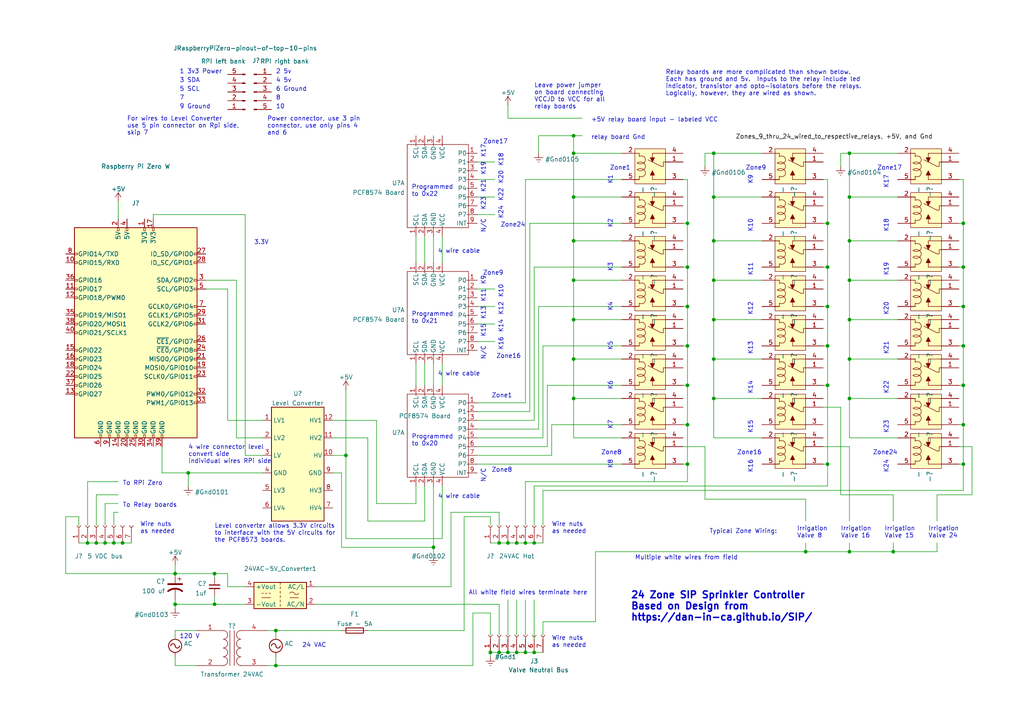
<source format=kicad_sch>
(kicad_sch (version 20211123) (generator eeschema)
  (paper "A4")
  (junction (at 144.78 189.23))
  (junction (at 50.8 166.37))
  (junction (at 199.39 88.9))
  (junction (at 154.94 157.48))
  (junction (at 30.48 157.48))
  (junction (at 207.01 115.57))
  (junction (at 199.39 134.62))
  (junction (at 149.86 157.48))
  (junction (at 207.01 57.15))
  (junction (at 166.37 69.85))
  (junction (at 147.32 157.48))
  (junction (at 125.73 158.75))
  (junction (at 33.02 157.48))
  (junction (at 246.38 81.28))
  (junction (at 166.37 44.45))
  (junction (at 166.37 115.57))
  (junction (at 80.01 182.88))
  (junction (at 166.37 57.15))
  (junction (at 147.32 189.23))
  (junction (at 279.4 88.9))
  (junction (at 152.4 157.48))
  (junction (at 246.38 57.15))
  (junction (at 279.4 77.47))
  (junction (at 240.03 111.76))
  (junction (at 279.4 123.19))
  (junction (at 233.68 160.02))
  (junction (at 246.38 104.14))
  (junction (at 27.94 157.48))
  (junction (at 199.39 100.33))
  (junction (at 166.37 104.14))
  (junction (at 199.39 123.19))
  (junction (at 35.56 157.48))
  (junction (at 199.39 111.76))
  (junction (at 80.01 193.04))
  (junction (at 240.03 88.9))
  (junction (at 259.08 160.02))
  (junction (at 240.03 64.77))
  (junction (at 50.8 175.26))
  (junction (at 142.24 189.23))
  (junction (at 199.39 64.77))
  (junction (at 240.03 100.33))
  (junction (at 207.01 92.71))
  (junction (at 279.4 64.77))
  (junction (at 62.23 166.37))
  (junction (at 144.78 157.48))
  (junction (at 246.38 69.85))
  (junction (at 207.01 81.28))
  (junction (at 207.01 69.85))
  (junction (at 166.37 92.71))
  (junction (at 279.4 100.33))
  (junction (at 166.37 39.37))
  (junction (at 25.4 157.48))
  (junction (at 154.94 189.23))
  (junction (at 240.03 77.47))
  (junction (at 152.4 189.23))
  (junction (at 207.01 44.45))
  (junction (at 279.4 134.62))
  (junction (at 279.4 111.76))
  (junction (at 149.86 189.23))
  (junction (at 54.61 137.16))
  (junction (at 246.38 160.02))
  (junction (at 199.39 77.47))
  (junction (at 246.38 92.71))
  (junction (at 100.33 132.08))
  (junction (at 166.37 81.28))
  (junction (at 207.01 104.14))
  (junction (at 240.03 134.62))
  (junction (at 62.23 175.26))
  (junction (at 246.38 115.57))
  (junction (at 246.38 44.45))
  (wire (pts (xy 199.39 100.33) (xy 199.39 111.76)))
  (wire (pts (xy 54.61 137.16) (xy 54.61 140.97)))
  (wire (pts (xy 62.23 166.37) (xy 62.23 167.64)))
  (wire (pts (xy 50.8 182.88) (xy 50.8 185.42)))
  (wire (pts (xy 207.01 69.85) (xy 207.01 81.28)))
  (wire (pts (xy 138.43 119.38) (xy 153.67 119.38)))
  (wire (pts (xy 157.48 142.24) (xy 157.48 152.4)))
  (wire (pts (xy 144.78 175.26) (xy 144.78 184.15)))
  (wire (pts (xy 153.67 119.38) (xy 153.67 64.77)))
  (wire (pts (xy 279.4 142.24) (xy 157.48 142.24)))
  (wire (pts (xy 198.12 134.62) (xy 199.39 134.62)))
  (wire (pts (xy 149.86 157.48) (xy 152.4 157.48)))
  (wire (pts (xy 154.94 121.92) (xy 154.94 77.47)))
  (wire (pts (xy 271.78 157.48) (xy 271.78 160.02)))
  (wire (pts (xy 142.24 190.5) (xy 142.24 189.23)))
  (wire (pts (xy 233.68 160.02) (xy 172.72 160.02)))
  (wire (pts (xy 62.23 166.37) (xy 50.8 166.37)))
  (wire (pts (xy 134.62 149.86) (xy 142.24 149.86)))
  (wire (pts (xy 260.35 57.15) (xy 246.38 57.15)))
  (wire (pts (xy 138.43 62.23) (xy 143.51 62.23)))
  (wire (pts (xy 240.03 140.97) (xy 154.94 140.97)))
  (wire (pts (xy 46.99 137.16) (xy 54.61 137.16)))
  (wire (pts (xy 279.4 64.77) (xy 279.4 77.47)))
  (wire (pts (xy 34.29 58.42) (xy 34.29 63.5)))
  (wire (pts (xy 80.01 193.04) (xy 137.16 193.04)))
  (wire (pts (xy 279.4 123.19) (xy 279.4 134.62)))
  (wire (pts (xy 166.37 44.45) (xy 166.37 39.37)))
  (wire (pts (xy 68.58 127) (xy 76.2 127)))
  (wire (pts (xy 123.19 151.13) (xy 123.19 140.97)))
  (wire (pts (xy 147.32 173.99) (xy 147.32 184.15)))
  (wire (pts (xy 66.04 83.82) (xy 66.04 121.92)))
  (wire (pts (xy 198.12 52.07) (xy 199.39 52.07)))
  (wire (pts (xy 138.43 132.08) (xy 160.02 132.08)))
  (wire (pts (xy 138.43 99.06) (xy 143.51 99.06)))
  (wire (pts (xy 199.39 123.19) (xy 199.39 134.62)))
  (wire (pts (xy 199.39 52.07) (xy 199.39 64.77)))
  (wire (pts (xy 240.03 134.62) (xy 240.03 140.97)))
  (wire (pts (xy 96.52 137.16) (xy 99.06 137.16)))
  (wire (pts (xy 33.02 152.4) (xy 33.02 148.59)))
  (wire (pts (xy 152.4 52.07) (xy 180.34 52.07)))
  (wire (pts (xy 278.13 134.62) (xy 279.4 134.62)))
  (wire (pts (xy 138.43 52.07) (xy 143.51 52.07)))
  (wire (pts (xy 279.4 88.9) (xy 279.4 100.33)))
  (wire (pts (xy 166.37 57.15) (xy 166.37 69.85)))
  (wire (pts (xy 19.05 166.37) (xy 50.8 166.37)))
  (wire (pts (xy 157.48 100.33) (xy 180.34 100.33)))
  (wire (pts (xy 71.12 170.18) (xy 66.04 170.18)))
  (wire (pts (xy 50.8 163.83) (xy 50.8 166.37)))
  (wire (pts (xy 99.06 137.16) (xy 99.06 158.75)))
  (wire (pts (xy 96.52 132.08) (xy 100.33 132.08)))
  (wire (pts (xy 233.68 157.48) (xy 233.68 160.02)))
  (wire (pts (xy 243.84 44.45) (xy 246.38 44.45)))
  (wire (pts (xy 91.44 170.18) (xy 130.81 170.18)))
  (wire (pts (xy 204.47 44.45) (xy 204.47 48.26)))
  (wire (pts (xy 246.38 104.14) (xy 246.38 115.57)))
  (wire (pts (xy 204.47 144.78) (xy 233.68 144.78)))
  (wire (pts (xy 260.35 92.71) (xy 246.38 92.71)))
  (wire (pts (xy 157.48 127) (xy 157.48 100.33)))
  (wire (pts (xy 120.65 68.58) (xy 120.65 76.2)))
  (wire (pts (xy 240.03 111.76) (xy 240.03 134.62)))
  (wire (pts (xy 279.4 100.33) (xy 279.4 111.76)))
  (wire (pts (xy 138.43 57.15) (xy 143.51 57.15)))
  (wire (pts (xy 142.24 189.23) (xy 142.24 187.96)))
  (wire (pts (xy 220.98 69.85) (xy 207.01 69.85)))
  (wire (pts (xy 279.4 77.47) (xy 279.4 88.9)))
  (wire (pts (xy 166.37 115.57) (xy 166.37 127)))
  (wire (pts (xy 207.01 92.71) (xy 207.01 104.14)))
  (wire (pts (xy 142.24 157.48) (xy 144.78 157.48)))
  (wire (pts (xy 66.04 121.92) (xy 76.2 121.92)))
  (wire (pts (xy 30.48 146.05) (xy 34.29 146.05)))
  (wire (pts (xy 220.98 115.57) (xy 207.01 115.57)))
  (wire (pts (xy 278.13 123.19) (xy 279.4 123.19)))
  (wire (pts (xy 199.39 139.7) (xy 152.4 139.7)))
  (wire (pts (xy 147.32 34.29) (xy 168.91 34.29)))
  (wire (pts (xy 123.19 105.41) (xy 123.19 111.76)))
  (wire (pts (xy 279.4 134.62) (xy 279.4 142.24)))
  (wire (pts (xy 220.98 44.45) (xy 207.01 44.45)))
  (wire (pts (xy 240.03 64.77) (xy 240.03 77.47)))
  (wire (pts (xy 25.4 139.7) (xy 34.29 139.7)))
  (wire (pts (xy 33.02 157.48) (xy 35.56 157.48)))
  (wire (pts (xy 128.27 156.21) (xy 128.27 140.97)))
  (wire (pts (xy 243.84 44.45) (xy 243.84 48.26)))
  (wire (pts (xy 71.12 175.26) (xy 62.23 175.26)))
  (wire (pts (xy 260.35 81.28) (xy 246.38 81.28)))
  (wire (pts (xy 207.01 115.57) (xy 207.01 127)))
  (wire (pts (xy 238.76 134.62) (xy 240.03 134.62)))
  (wire (pts (xy 144.78 148.59) (xy 144.78 152.4)))
  (wire (pts (xy 66.04 166.37) (xy 66.04 170.18)))
  (wire (pts (xy 220.98 104.14) (xy 207.01 104.14)))
  (wire (pts (xy 125.73 158.75) (xy 125.73 140.97)))
  (wire (pts (xy 156.21 124.46) (xy 138.43 124.46)))
  (wire (pts (xy 166.37 69.85) (xy 166.37 81.28)))
  (wire (pts (xy 279.4 52.07) (xy 279.4 64.77)))
  (wire (pts (xy 180.34 44.45) (xy 166.37 44.45)))
  (wire (pts (xy 59.69 83.82) (xy 66.04 83.82)))
  (wire (pts (xy 30.48 157.48) (xy 33.02 157.48)))
  (wire (pts (xy 138.43 116.84) (xy 152.4 116.84)))
  (wire (pts (xy 50.8 175.26) (xy 50.8 176.53)))
  (wire (pts (xy 35.56 157.48) (xy 38.1 157.48)))
  (wire (pts (xy 246.38 69.85) (xy 246.38 81.28)))
  (wire (pts (xy 125.73 68.58) (xy 125.73 76.2)))
  (wire (pts (xy 19.05 149.86) (xy 22.86 149.86)))
  (wire (pts (xy 134.62 182.88) (xy 134.62 149.86)))
  (wire (pts (xy 144.78 157.48) (xy 147.32 157.48)))
  (wire (pts (xy 142.24 177.8) (xy 142.24 184.15)))
  (wire (pts (xy 166.37 92.71) (xy 166.37 104.14)))
  (wire (pts (xy 80.01 182.88) (xy 80.01 185.42)))
  (wire (pts (xy 154.94 140.97) (xy 154.94 152.4)))
  (wire (pts (xy 207.01 44.45) (xy 207.01 57.15)))
  (wire (pts (xy 158.75 129.54) (xy 158.75 111.76)))
  (wire (pts (xy 281.94 129.54) (xy 281.94 143.51)))
  (wire (pts (xy 44.45 62.23) (xy 71.12 62.23)))
  (wire (pts (xy 147.32 30.48) (xy 147.32 34.29)))
  (wire (pts (xy 158.75 111.76) (xy 180.34 111.76)))
  (wire (pts (xy 154.94 189.23) (xy 157.48 189.23)))
  (wire (pts (xy 123.19 68.58) (xy 123.19 76.2)))
  (wire (pts (xy 27.94 152.4) (xy 27.94 143.51)))
  (wire (pts (xy 278.13 129.54) (xy 281.94 129.54)))
  (wire (pts (xy 138.43 88.9) (xy 143.51 88.9)))
  (wire (pts (xy 281.94 143.51) (xy 271.78 143.51)))
  (wire (pts (xy 152.4 157.48) (xy 154.94 157.48)))
  (wire (pts (xy 180.34 127) (xy 166.37 127)))
  (wire (pts (xy 22.86 157.48) (xy 25.4 157.48)))
  (wire (pts (xy 44.45 63.5) (xy 44.45 62.23)))
  (wire (pts (xy 77.47 193.04) (xy 80.01 193.04)))
  (wire (pts (xy 152.4 139.7) (xy 152.4 152.4)))
  (wire (pts (xy 128.27 105.41) (xy 128.27 111.76)))
  (wire (pts (xy 246.38 92.71) (xy 246.38 104.14)))
  (wire (pts (xy 77.47 182.88) (xy 80.01 182.88)))
  (wire (pts (xy 199.39 111.76) (xy 199.39 123.19)))
  (wire (pts (xy 71.12 62.23) (xy 71.12 132.08)))
  (wire (pts (xy 207.01 57.15) (xy 207.01 69.85)))
  (wire (pts (xy 30.48 152.4) (xy 30.48 146.05)))
  (wire (pts (xy 259.08 157.48) (xy 259.08 160.02)))
  (wire (pts (xy 96.52 127) (xy 106.68 127)))
  (wire (pts (xy 160.02 123.19) (xy 180.34 123.19)))
  (wire (pts (xy 240.03 88.9) (xy 240.03 100.33)))
  (wire (pts (xy 180.34 69.85) (xy 166.37 69.85)))
  (wire (pts (xy 138.43 134.62) (xy 180.34 134.62)))
  (wire (pts (xy 19.05 166.37) (xy 19.05 149.86)))
  (wire (pts (xy 59.69 81.28) (xy 68.58 81.28)))
  (wire (pts (xy 46.99 129.54) (xy 46.99 137.16)))
  (wire (pts (xy 180.34 88.9) (xy 156.21 88.9)))
  (wire (pts (xy 106.68 151.13) (xy 123.19 151.13)))
  (wire (pts (xy 198.12 64.77) (xy 199.39 64.77)))
  (wire (pts (xy 278.13 52.07) (xy 279.4 52.07)))
  (wire (pts (xy 180.34 92.71) (xy 166.37 92.71)))
  (wire (pts (xy 204.47 44.45) (xy 207.01 44.45)))
  (wire (pts (xy 238.76 111.76) (xy 240.03 111.76)))
  (wire (pts (xy 233.68 144.78) (xy 233.68 151.13)))
  (wire (pts (xy 138.43 93.98) (xy 143.51 93.98)))
  (wire (pts (xy 271.78 143.51) (xy 271.78 151.13)))
  (wire (pts (xy 33.02 148.59) (xy 34.29 148.59)))
  (wire (pts (xy 147.32 157.48) (xy 149.86 157.48)))
  (wire (pts (xy 154.94 77.47) (xy 180.34 77.47)))
  (wire (pts (xy 207.01 81.28) (xy 207.01 92.71)))
  (wire (pts (xy 172.72 160.02) (xy 172.72 180.34)))
  (wire (pts (xy 180.34 115.57) (xy 166.37 115.57)))
  (wire (pts (xy 152.4 189.23) (xy 154.94 189.23)))
  (wire (pts (xy 199.39 88.9) (xy 199.39 100.33)))
  (wire (pts (xy 207.01 104.14) (xy 207.01 115.57)))
  (wire (pts (xy 246.38 57.15) (xy 246.38 69.85)))
  (wire (pts (xy 68.58 81.28) (xy 68.58 127)))
  (wire (pts (xy 180.34 57.15) (xy 166.37 57.15)))
  (wire (pts (xy 240.03 52.07) (xy 240.03 64.77)))
  (wire (pts (xy 243.84 118.11) (xy 243.84 143.51)))
  (wire (pts (xy 80.01 193.04) (xy 80.01 190.5)))
  (wire (pts (xy 278.13 100.33) (xy 279.4 100.33)))
  (wire (pts (xy 125.73 161.29) (xy 125.73 158.75)))
  (wire (pts (xy 138.43 121.92) (xy 154.94 121.92)))
  (wire (pts (xy 198.12 77.47) (xy 199.39 77.47)))
  (wire (pts (xy 260.35 115.57) (xy 246.38 115.57)))
  (wire (pts (xy 137.16 177.8) (xy 142.24 177.8)))
  (wire (pts (xy 238.76 52.07) (xy 240.03 52.07)))
  (wire (pts (xy 54.61 137.16) (xy 76.2 137.16)))
  (wire (pts (xy 238.76 77.47) (xy 240.03 77.47)))
  (wire (pts (xy 198.12 100.33) (xy 199.39 100.33)))
  (wire (pts (xy 260.35 44.45) (xy 246.38 44.45)))
  (wire (pts (xy 246.38 81.28) (xy 246.38 92.71)))
  (wire (pts (xy 109.22 146.05) (xy 109.22 121.92)))
  (wire (pts (xy 156.21 88.9) (xy 156.21 124.46)))
  (wire (pts (xy 27.94 157.48) (xy 30.48 157.48)))
  (wire (pts (xy 99.06 158.75) (xy 125.73 158.75)))
  (wire (pts (xy 62.23 172.72) (xy 62.23 175.26)))
  (wire (pts (xy 233.68 160.02) (xy 246.38 160.02)))
  (wire (pts (xy 27.94 143.51) (xy 34.29 143.51)))
  (wire (pts (xy 57.15 182.88) (xy 50.8 182.88)))
  (wire (pts (xy 199.39 77.47) (xy 199.39 88.9)))
  (wire (pts (xy 120.65 140.97) (xy 120.65 146.05)))
  (wire (pts (xy 278.13 64.77) (xy 279.4 64.77)))
  (wire (pts (xy 246.38 160.02) (xy 259.08 160.02)))
  (wire (pts (xy 142.24 189.23) (xy 144.78 189.23)))
  (wire (pts (xy 220.98 57.15) (xy 207.01 57.15)))
  (wire (pts (xy 120.65 146.05) (xy 109.22 146.05)))
  (wire (pts (xy 166.37 81.28) (xy 166.37 92.71)))
  (wire (pts (xy 130.81 170.18) (xy 130.81 148.59)))
  (wire (pts (xy 25.4 157.48) (xy 27.94 157.48)))
  (wire (pts (xy 130.81 148.59) (xy 144.78 148.59)))
  (wire (pts (xy 238.76 88.9) (xy 240.03 88.9)))
  (wire (pts (xy 198.12 111.76) (xy 199.39 111.76)))
  (wire (pts (xy 246.38 115.57) (xy 246.38 127)))
  (wire (pts (xy 279.4 111.76) (xy 279.4 123.19)))
  (wire (pts (xy 152.4 173.99) (xy 152.4 184.15)))
  (wire (pts (xy 243.84 143.51) (xy 259.08 143.51)))
  (wire (pts (xy 246.38 44.45) (xy 246.38 57.15)))
  (wire (pts (xy 204.47 129.54) (xy 204.47 144.78)))
  (wire (pts (xy 128.27 68.58) (xy 128.27 76.2)))
  (wire (pts (xy 154.94 157.48) (xy 157.48 157.48)))
  (wire (pts (xy 50.8 173.99) (xy 50.8 175.26)))
  (wire (pts (xy 198.12 123.19) (xy 199.39 123.19)))
  (wire (pts (xy 172.72 180.34) (xy 157.48 180.34)))
  (wire (pts (xy 106.68 182.88) (xy 134.62 182.88)))
  (wire (pts (xy 120.65 105.41) (xy 120.65 111.76)))
  (wire (pts (xy 260.35 104.14) (xy 246.38 104.14)))
  (wire (pts (xy 156.21 39.37) (xy 166.37 39.37)))
  (wire (pts (xy 166.37 44.45) (xy 166.37 57.15)))
  (wire (pts (xy 138.43 129.54) (xy 158.75 129.54)))
  (wire (pts (xy 238.76 129.54) (xy 246.38 129.54)))
  (wire (pts (xy 156.21 39.37) (xy 156.21 44.45)))
  (wire (pts (xy 238.76 118.11) (xy 243.84 118.11)))
  (wire (pts (xy 240.03 100.33) (xy 240.03 111.76)))
  (wire (pts (xy 153.67 64.77) (xy 180.34 64.77)))
  (wire (pts (xy 125.73 105.41) (xy 125.73 111.76)))
  (wire (pts (xy 100.33 156.21) (xy 128.27 156.21)))
  (wire (pts (xy 149.86 189.23) (xy 152.4 189.23)))
  (wire (pts (xy 144.78 189.23) (xy 147.32 189.23)))
  (wire (pts (xy 109.22 121.92) (xy 96.52 121.92)))
  (wire (pts (xy 220.98 92.71) (xy 207.01 92.71)))
  (wire (pts (xy 199.39 134.62) (xy 199.39 139.7)))
  (wire (pts (xy 106.68 127) (xy 106.68 151.13)))
  (wire (pts (xy 100.33 113.03) (xy 100.33 132.08)))
  (wire (pts (xy 238.76 64.77) (xy 240.03 64.77)))
  (wire (pts (xy 180.34 81.28) (xy 166.37 81.28)))
  (wire (pts (xy 50.8 190.5) (xy 50.8 193.04)))
  (wire (pts (xy 259.08 160.02) (xy 271.78 160.02)))
  (wire (pts (xy 199.39 64.77) (xy 199.39 77.47)))
  (wire (pts (xy 220.98 81.28) (xy 207.01 81.28)))
  (wire (pts (xy 198.12 88.9) (xy 199.39 88.9)))
  (wire (pts (xy 142.24 149.86) (xy 142.24 152.4)))
  (wire (pts (xy 260.35 127) (xy 246.38 127)))
  (wire (pts (xy 100.33 132.08) (xy 100.33 156.21)))
  (wire (pts (xy 180.34 104.14) (xy 166.37 104.14)))
  (wire (pts (xy 157.48 180.34) (xy 157.48 184.15)))
  (wire (pts (xy 278.13 77.47) (xy 279.4 77.47)))
  (wire (pts (xy 71.12 132.08) (xy 76.2 132.08)))
  (wire (pts (xy 278.13 111.76) (xy 279.4 111.76)))
  (wire (pts (xy 260.35 69.85) (xy 246.38 69.85)))
  (wire (pts (xy 278.13 88.9) (xy 279.4 88.9)))
  (wire (pts (xy 246.38 157.48) (xy 246.38 160.02)))
  (wire (pts (xy 259.08 143.51) (xy 259.08 151.13)))
  (wire (pts (xy 166.37 104.14) (xy 166.37 115.57)))
  (wire (pts (xy 22.86 149.86) (xy 22.86 152.4)))
  (wire (pts (xy 246.38 129.54) (xy 246.38 151.13)))
  (wire (pts (xy 238.76 100.33) (xy 240.03 100.33)))
  (wire (pts (xy 147.32 189.23) (xy 149.86 189.23)))
  (wire (pts (xy 137.16 193.04) (xy 137.16 177.8)))
  (wire (pts (xy 152.4 116.84) (xy 152.4 52.07)))
  (wire (pts (xy 25.4 152.4) (xy 25.4 139.7)))
  (wire (pts (xy 166.37 39.37) (xy 168.91 39.37)))
  (wire (pts (xy 220.98 127) (xy 207.01 127)))
  (wire (pts (xy 80.01 182.88) (xy 99.06 182.88)))
  (wire (pts (xy 154.94 173.99) (xy 154.94 185.42)))
  (wire (pts (xy 62.23 175.26) (xy 50.8 175.26)))
  (wire (pts (xy 138.43 127) (xy 157.48 127)))
  (wire (pts (xy 160.02 132.08) (xy 160.02 123.19)))
  (wire (pts (xy 198.12 129.54) (xy 204.47 129.54)))
  (wire (pts (xy 138.43 46.99) (xy 143.51 46.99)))
  (wire (pts (xy 149.86 173.99) (xy 149.86 184.15)))
  (wire (pts (xy 50.8 193.04) (xy 57.15 193.04)))
  (wire (pts (xy 91.44 175.26) (xy 144.78 175.26)))
  (wire (pts (xy 138.43 83.82) (xy 143.51 83.82)))
  (wire (pts (xy 240.03 77.47) (xy 240.03 88.9)))
  (wire (pts (xy 66.04 166.37) (xy 62.23 166.37)))
  (text "24 Zone SIP Sprinkler Controller\nBased on Design from\nhttps://dan-in-ca.github.io/SIP/" (at 182.88 180.34 0) (effects (font (size 2 2) (thickness 0.4) bold) (justify left bottom)))
  (text "Programmed\nto 0x21" (at 119.38 93.98 0) (effects (font (size 1.27 1.27)) (justify left bottom)))
  (text "K15" (at 218.44 121.92 270) (effects (font (size 1.27 1.27)) (justify right bottom)))
  (text "7 " (at 52.07 29.21 0) (effects (font (size 1.27 1.27)) (justify left bottom)))
  (text "K11" (at 140.97 83.82 270) (effects (font (size 1.27 1.27)) (justify right bottom)))
  (text "Irrigation\nValve 16" (at 243.84 156.21 0) (effects (font (size 1.27 1.27)) (justify left bottom)))
  (text "K21" (at 140.97 52.07 270) (effects (font (size 1.27 1.27)) (justify right bottom)))
  (text "9 Ground" (at 52.07 31.75 0) (effects (font (size 1.27 1.27)) (justify left bottom)))
  (text "All white field wires terminate here" (at 135.89 172.72 0) (effects (font (size 1.27 1.27)) (justify left bottom)))
  (text "Zone9" (at 222.25 49.53 180) (effects (font (size 1.27 1.27)) (justify right bottom)))
  (text "K14" (at 146.05 92.71 270) (effects (font (size 1.27 1.27)) (justify right bottom)))
  (text "Multiple white wires from field" (at 184.15 162.56 0) (effects (font (size 1.27 1.27)) (justify left bottom)))
  (text "K17" (at 140.97 41.91 270) (effects (font (size 1.27 1.27)) (justify right bottom)))
  (text "Zone17" (at 261.62 49.53 180) (effects (font (size 1.27 1.27)) (justify right bottom)))
  (text "2 5v" (at 80.01 21.59 0) (effects (font (size 1.27 1.27)) (justify left bottom)))
  (text "Zone9" (at 146.05 80.01 180) (effects (font (size 1.27 1.27)) (justify right bottom)))
  (text "Programmed\nto 0x22" (at 119.38 57.15 0) (effects (font (size 1.27 1.27)) (justify left bottom)))
  (text "120 V" (at 52.07 185.42 0) (effects (font (size 1.27 1.27)) (justify left bottom)))
  (text "Zone16" (at 220.98 132.08 180) (effects (font (size 1.27 1.27)) (justify right bottom)))
  (text "K6" (at 177.8 110.49 270) (effects (font (size 1.27 1.27)) (justify right bottom)))
  (text "K9" (at 218.44 50.8 270) (effects (font (size 1.27 1.27)) (justify right bottom)))
  (text "N/C" (at 140.97 63.5 270) (effects (font (size 1.27 1.27)) (justify right bottom)))
  (text "3.3V" (at 73.66 71.12 0) (effects (font (size 1.27 1.27)) (justify left bottom)))
  (text "K22" (at 257.81 110.49 270) (effects (font (size 1.27 1.27)) (justify right bottom)))
  (text "4 wire cable" (at 127 144.78 0) (effects (font (size 1.27 1.27)) (justify left bottom)))
  (text "Irrigation\nValve 15" (at 256.54 156.21 0) (effects (font (size 1.27 1.27)) (justify left bottom)))
  (text "Zone1" (at 148.59 115.57 180) (effects (font (size 1.27 1.27)) (justify right bottom)))
  (text "K19" (at 140.97 46.99 270) (effects (font (size 1.27 1.27)) (justify right bottom)))
  (text "Zone24" (at 260.35 132.08 180) (effects (font (size 1.27 1.27)) (justify right bottom)))
  (text "4 wire connector level\nconvert side\nindividual wires RPi side" (at 54.61 134.62 0) (effects (font (size 1.27 1.27)) (justify left bottom)))
  (text "K7" (at 177.8 121.92 270) (effects (font (size 1.27 1.27)) (justify right bottom)))
  (text "Typical Zone Wiring:" (at 205.74 154.94 0) (effects (font (size 1.27 1.27)) (justify left bottom)))
  (text "Zone24" (at 152.4 66.04 180) (effects (font (size 1.27 1.27)) (justify right bottom)))
  (text "K20" (at 146.05 49.53 270) (effects (font (size 1.27 1.27)) (justify right bottom)))
  (text "Zone16" (at 151.13 104.14 180) (effects (font (size 1.27 1.27)) (justify right bottom)))
  (text "8" (at 80.01 29.21 0) (effects (font (size 1.27 1.27)) (justify left bottom)))
  (text "K10" (at 146.05 82.55 270) (effects (font (size 1.27 1.27)) (justify right bottom)))
  (text "K5" (at 177.8 99.06 270) (effects (font (size 1.27 1.27)) (justify right bottom)))
  (text "Wire nuts\nas needed" (at 40.64 154.94 0) (effects (font (size 1.27 1.27)) (justify left bottom)))
  (text "Irrigation\nValve 24" (at 269.24 156.21 0) (effects (font (size 1.27 1.27)) (justify left bottom)))
  (text "K16" (at 218.44 133.35 270) (effects (font (size 1.27 1.27)) (justify right bottom)))
  (text "K8" (at 177.8 133.35 270) (effects (font (size 1.27 1.27)) (justify right bottom)))
  (text "For wires to Level Converter\nuse 5 pin connector on Rpi side,\nskip 7" (at 36.83 39.37 0) (effects (font (size 1.27 1.27)) (justify left bottom)))
  (text "Zone8" (at 180.34 132.08 180) (effects (font (size 1.27 1.27)) (justify right bottom)))
  (text "Irrigation\nValve 8" (at 231.14 156.21 0) (effects (font (size 1.27 1.27)) (justify left bottom)))
  (text "K17" (at 257.81 50.8 270) (effects (font (size 1.27 1.27)) (justify right bottom)))
  (text "Zone1" (at 182.88 49.53 180) (effects (font (size 1.27 1.27)) (justify right bottom)))
  (text "Wire nuts\nas needed" (at 160.02 187.96 0) (effects (font (size 1.27 1.27)) (justify left bottom)))
  (text "K12" (at 146.05 87.63 270) (effects (font (size 1.27 1.27)) (justify right bottom)))
  (text "K18" (at 257.81 63.5 270) (effects (font (size 1.27 1.27)) (justify right bottom)))
  (text "K19" (at 257.81 76.2 270) (effects (font (size 1.27 1.27)) (justify right bottom)))
  (text "3 SDA" (at 52.07 24.13 0) (effects (font (size 1.27 1.27)) (justify left bottom)))
  (text "K11" (at 218.44 76.2 270) (effects (font (size 1.27 1.27)) (justify right bottom)))
  (text "K16" (at 146.05 97.79 270) (effects (font (size 1.27 1.27)) (justify right bottom)))
  (text "K13" (at 218.44 99.06 270) (effects (font (size 1.27 1.27)) (justify right bottom)))
  (text "N/C" (at 140.97 100.33 270) (effects (font (size 1.27 1.27)) (justify right bottom)))
  (text "6 Ground" (at 80.01 26.67 0) (effects (font (size 1.27 1.27)) (justify left bottom)))
  (text "Relay boards are more complicated than shown below.\nEach has ground and 5v.  Inputs to the relay include led\nindicator, transistor and opto-isolators before the relays.\nLogically, however, they are wired as shown. " (at 193.04 27.94 0) (effects (font (size 1.27 1.27)) (justify left bottom)))
  (text "K1" (at 177.8 50.8 270) (effects (font (size 1.27 1.27)) (justify right bottom)))
  (text "K20" (at 257.81 87.63 270) (effects (font (size 1.27 1.27)) (justify right bottom)))
  (text "K14" (at 218.44 110.49 270) (effects (font (size 1.27 1.27)) (justify right bottom)))
  (text "K13" (at 140.97 88.9 270) (effects (font (size 1.27 1.27)) (justify right bottom)))
  (text "K24" (at 257.81 133.35 270) (effects (font (size 1.27 1.27)) (justify right bottom)))
  (text "K10" (at 218.44 63.5 270) (effects (font (size 1.27 1.27)) (justify right bottom)))
  (text "Wire nuts\nas needed" (at 160.02 154.94 0) (effects (font (size 1.27 1.27)) (justify left bottom)))
  (text "10" (at 80.01 31.75 0) (effects (font (size 1.27 1.27)) (justify left bottom)))
  (text "K9" (at 140.97 80.01 270) (effects (font (size 1.27 1.27)) (justify right bottom)))
  (text "To Relay boards" (at 35.56 147.32 0) (effects (font (size 1.27 1.27)) (justify left bottom)))
  (text "N/C" (at 140.97 135.89 270) (effects (font (size 1.27 1.27)) (justify right bottom)))
  (text "4 wire cable" (at 127 109.22 0) (effects (font (size 1.27 1.27)) (justify left bottom)))
  (text "4 wire cable" (at 127 73.66 0) (effects (font (size 1.27 1.27)) (justify left bottom)))
  (text "K12" (at 218.44 87.63 270) (effects (font (size 1.27 1.27)) (justify right bottom)))
  (text "K2" (at 177.8 63.5 270) (effects (font (size 1.27 1.27)) (justify right bottom)))
  (text "Zone8" (at 148.59 137.16 180) (effects (font (size 1.27 1.27)) (justify right bottom)))
  (text "K22" (at 146.05 54.61 270) (effects (font (size 1.27 1.27)) (justify right bottom)))
  (text "Leave power jumper\non board connecting\nVCCJD to VCC for all\nrelay boards" (at 154.94 31.75 0) (effects (font (size 1.27 1.27)) (justify left bottom)))
  (text "+5V relay board input - labeled VCC" (at 171.45 35.56 0) (effects (font (size 1.27 1.27)) (justify left bottom)))
  (text "K4" (at 177.8 87.63 270) (effects (font (size 1.27 1.27)) (justify right bottom)))
  (text "5 SCL" (at 52.07 26.67 0) (effects (font (size 1.27 1.27)) (justify left bottom)))
  (text "1 3v3 Power" (at 52.07 21.59 0) (effects (font (size 1.27 1.27)) (justify left bottom)))
  (text "K18" (at 146.05 44.45 270) (effects (font (size 1.27 1.27)) (justify right bottom)))
  (text "K21" (at 257.81 99.06 270) (effects (font (size 1.27 1.27)) (justify right bottom)))
  (text "K15" (at 140.97 93.98 270) (effects (font (size 1.27 1.27)) (justify right bottom)))
  (text "To RPi Zero" (at 35.56 140.97 0) (effects (font (size 1.27 1.27)) (justify left bottom)))
  (text "relay board Gnd" (at 171.45 40.64 0) (effects (font (size 1.27 1.27)) (justify left bottom)))
  (text "4 5v" (at 80.01 24.13 0) (effects (font (size 1.27 1.27)) (justify left bottom)))
  (text "K23" (at 257.81 121.92 270) (effects (font (size 1.27 1.27)) (justify right bottom)))
  (text "K23" (at 140.97 57.15 270) (effects (font (size 1.27 1.27)) (justify right bottom)))
  (text "K3" (at 177.8 76.2 270) (effects (font (size 1.27 1.27)) (justify right bottom)))
  (text "Power connector, use 3 pin\nconnector, use only pins 4\nand 6" (at 77.47 39.37 0) (effects (font (size 1.27 1.27)) (justify left bottom)))
  (text "K24" (at 146.05 59.69 270) (effects (font (size 1.27 1.27)) (justify right bottom)))
  (text "Level converter allows 3.3V circuits\nto interface with the 5V circuits for\nthe PCF8573 boards." (at 62.23 157.48 0) (effects (font (size 1.27 1.27)) (justify left bottom)))
  (text "Zone17" (at 147.32 41.91 180) (effects (font (size 1.27 1.27)) (justify right bottom)))
  (text "Programmed\nto 0x20" (at 119.38 129.54 0) (effects (font (size 1.27 1.27)) (justify left bottom)))
  (text "24 VAC" (at 87.63 187.96 0) (effects (font (size 1.27 1.27)) (justify left bottom)))
  (label "Zones_9_thru_24_wired_to_respective_relays, +5V, and Gnd" (at 213.36 40.64 0))
  (symbol (lib_id "dk_Automotive-Relays:JSM1-12V-5") (at 267.97 59.69 0) (unit 1)
    (property "Reference" "-?" (at 269.6697 66.675 90) (effects (font (size 1.524 1.524)) (justify right)))
    (property "Value" "-" (at 266.3907 66.675 90) (effects (font (size 1.524 1.524)) (justify right)))
    (property "Footprint" "digikey-footprints:Relay_JSM1-12V-5" (effects hide))
    (property "Datasheet" "https://media.digikey.com/pdf/Data%20Sheets/Panasonic%20Electric%20Works%20PDFs/JS-M_Series_Rev_Dec_2011.pdf" (effects hide))
    (property "Digi-Key_PN" "255-1240-ND" (effects hide))
    (property "MPN" "JSM1-12V-5" (effects hide))
    (property "Category" "Relays" (effects hide))
    (property "Family" "Automotive Relays" (effects hide))
    (property "DK_Datasheet_Link" "https://media.digikey.com/pdf/Data%20Sheets/Panasonic%20Electric%20Works%20PDFs/JS-M_Series_Rev_Dec_2011.pdf" (effects hide))
    (property "DK_Detail_Page" "/product-detail/en/panasonic-electric-works/JSM1-12V-5/255-1240-ND/274764" (effects hide))
    (property "Description" "RELAY AUTOMOTIVE SPDT 15A 12V" (effects hide))
    (property "Manufacturer" "Panasonic Electric Works" (effects hide))
    (property "Status" "Active" (effects hide))
  )
  (symbol (lib_id "power:+5V") (at 100.33 113.03 0) (unit 1)
    (property "Reference" "#PWR?" (effects hide))
    (property "Value" "+5V" (at 100.33 109.4255 0))
  )
  (symbol (lib_id "power:Earth") (at 156.21 44.45 0) (unit 1)
    (property "Reference" "Gnd1" (at 158.115 46.199 0) (effects (justify left)))
    (property "Value" "Earth" (effects hide))
  )
  (symbol (lib_id "dk_Automotive-Relays:JSM1-12V-5") (at 187.96 106.68 0) (unit 1)
    (property "Reference" "-?" (at 189.6597 113.665 90) (effects (font (size 1.524 1.524)) (justify right)))
    (property "Value" "-" (at 186.3807 113.665 90) (effects (font (size 1.524 1.524)) (justify right)))
    (property "Footprint" "digikey-footprints:Relay_JSM1-12V-5" (effects hide))
    (property "Datasheet" "https://media.digikey.com/pdf/Data%20Sheets/Panasonic%20Electric%20Works%20PDFs/JS-M_Series_Rev_Dec_2011.pdf" (effects hide))
    (property "Digi-Key_PN" "255-1240-ND" (effects hide))
    (property "MPN" "JSM1-12V-5" (effects hide))
    (property "Category" "Relays" (effects hide))
    (property "Family" "Automotive Relays" (effects hide))
    (property "DK_Datasheet_Link" "https://media.digikey.com/pdf/Data%20Sheets/Panasonic%20Electric%20Works%20PDFs/JS-M_Series_Rev_Dec_2011.pdf" (effects hide))
    (property "DK_Detail_Page" "/product-detail/en/panasonic-electric-works/JSM1-12V-5/255-1240-ND/274764" (effects hide))
    (property "Description" "RELAY AUTOMOTIVE SPDT 15A 12V" (effects hide))
    (property "Manufacturer" "Panasonic Electric Works" (effects hide))
    (property "Status" "Active" (effects hide))
  )
  (symbol (lib_id "Connector:Conn_01x07_Female") (at 30.48 152.4 90) (unit 1)
    (property "Reference" "J?" (at 22.86 161.29 90))
    (property "Value" "5 VDC bus" (at 30.48 161.29 90))
  )
  (symbol (lib_id "power:Earth") (at 50.8 176.53 0) (mirror y) (unit 1)
    (property "Reference" "Gnd?" (at 48.895 178.279 0) (effects (justify left)))
    (property "Value" "Earth" (effects hide))
  )
  (symbol (lib_id "Connector:Conn_01x05_Male") (at 71.12 26.67 180) (unit 1)
    (property "Reference" "JRaspberryPiZero-pinout-of-top-10-pins" (at 71.12 13.97 0))
    (property "Value" "RPi left bank" (at 64.77 17.78 0))
  )
  (symbol (lib_id "dk_Automotive-Relays:JSM1-12V-5") (at 267.97 106.68 0) (unit 1)
    (property "Reference" "-?" (at 269.6697 113.665 90) (effects (font (size 1.524 1.524)) (justify right)))
    (property "Value" "-" (at 266.3907 113.665 90) (effects (font (size 1.524 1.524)) (justify right)))
    (property "Footprint" "digikey-footprints:Relay_JSM1-12V-5" (effects hide))
    (property "Datasheet" "https://media.digikey.com/pdf/Data%20Sheets/Panasonic%20Electric%20Works%20PDFs/JS-M_Series_Rev_Dec_2011.pdf" (effects hide))
    (property "Digi-Key_PN" "255-1240-ND" (effects hide))
    (property "MPN" "JSM1-12V-5" (effects hide))
    (property "Category" "Relays" (effects hide))
    (property "Family" "Automotive Relays" (effects hide))
    (property "DK_Datasheet_Link" "https://media.digikey.com/pdf/Data%20Sheets/Panasonic%20Electric%20Works%20PDFs/JS-M_Series_Rev_Dec_2011.pdf" (effects hide))
    (property "DK_Detail_Page" "/product-detail/en/panasonic-electric-works/JSM1-12V-5/255-1240-ND/274764" (effects hide))
    (property "Description" "RELAY AUTOMOTIVE SPDT 15A 12V" (effects hide))
    (property "Manufacturer" "Panasonic Electric Works" (effects hide))
    (property "Status" "Active" (effects hide))
  )
  (symbol (lib_id "power:AC") (at 50.8 190.5 0) (unit 1)
    (property "Reference" "#PWR?" (effects hide))
    (property "Value" "AC" (at 54.61 186.69 0))
  )
  (symbol (lib_id "Connector:Raspberry_Pi_2_3") (at 39.37 96.52 0) (unit 1)
    (property "Reference" "J?" (at 39.37 58.9026 0))
    (property "Value" "Raspberry Pi Zero W" (at 39.37 48.26 0))
    (property "Datasheet" "https://www.raspberrypi.org/documentation/hardware/raspberrypi/schematics/rpi_SCH_3bplus_1p0_reduced.pdf" (effects hide))
  )
  (symbol (lib_id "power:Earth") (at 142.24 190.5 0) (unit 1)
    (property "Reference" "Gnd1" (at 143.51 190.5 0) (effects (justify left)))
    (property "Value" "Earth" (effects hide))
  )
  (symbol (lib_id "New_Library:PCF8574") (at 124.46 129.54 0) (unit 1)
    (property "Reference" "U?" (at 117.3988 125.4565 0) (effects (justify right)))
    (property "Value" "PCF8574 Board" (at 130.81 120.65 0) (effects (justify right)))
  )
  (symbol (lib_id "power:+5V") (at 50.8 163.83 0) (unit 1)
    (property "Reference" "#PWR?" (effects hide))
    (property "Value" "+5V" (at 50.8 160.2255 0))
  )
  (symbol (lib_id "dk_Automotive-Relays:JSM1-12V-5") (at 267.97 95.25 0) (unit 1)
    (property "Reference" "-?" (at 269.6697 102.235 90) (effects (font (size 1.524 1.524)) (justify right)))
    (property "Value" "-" (at 266.3907 102.235 90) (effects (font (size 1.524 1.524)) (justify right)))
    (property "Footprint" "digikey-footprints:Relay_JSM1-12V-5" (effects hide))
    (property "Datasheet" "https://media.digikey.com/pdf/Data%20Sheets/Panasonic%20Electric%20Works%20PDFs/JS-M_Series_Rev_Dec_2011.pdf" (effects hide))
    (property "Digi-Key_PN" "255-1240-ND" (effects hide))
    (property "MPN" "JSM1-12V-5" (effects hide))
    (property "Category" "Relays" (effects hide))
    (property "Family" "Automotive Relays" (effects hide))
    (property "DK_Datasheet_Link" "https://media.digikey.com/pdf/Data%20Sheets/Panasonic%20Electric%20Works%20PDFs/JS-M_Series_Rev_Dec_2011.pdf" (effects hide))
    (property "DK_Detail_Page" "/product-detail/en/panasonic-electric-works/JSM1-12V-5/255-1240-ND/274764" (effects hide))
    (property "Description" "RELAY AUTOMOTIVE SPDT 15A 12V" (effects hide))
    (property "Manufacturer" "Panasonic Electric Works" (effects hide))
    (property "Status" "Active" (effects hide))
  )
  (symbol (lib_id "power:AC") (at 80.01 190.5 0) (unit 1)
    (property "Reference" "#PWR?" (effects hide))
    (property "Value" "AC" (at 83.82 186.69 0))
  )
  (symbol (lib_id "Device:C_Small") (at 62.23 170.18 0) (mirror y) (unit 1)
    (property "Reference" "C?" (at 59.9059 169.2778 0) (effects (justify left)))
    (property "Value" "1uf" (at 59.9059 172.0529 0) (effects (justify left)))
  )
  (symbol (lib_id "dk_Automotive-Relays:JSM1-12V-5") (at 187.96 83.82 0) (unit 1)
    (property "Reference" "-?" (at 189.6597 90.805 90) (effects (font (size 1.524 1.524)) (justify right)))
    (property "Value" "-" (at 186.3807 90.805 90) (effects (font (size 1.524 1.524)) (justify right)))
    (property "Footprint" "digikey-footprints:Relay_JSM1-12V-5" (effects hide))
    (property "Datasheet" "https://media.digikey.com/pdf/Data%20Sheets/Panasonic%20Electric%20Works%20PDFs/JS-M_Series_Rev_Dec_2011.pdf" (effects hide))
    (property "Digi-Key_PN" "255-1240-ND" (effects hide))
    (property "MPN" "JSM1-12V-5" (effects hide))
    (property "Category" "Relays" (effects hide))
    (property "Family" "Automotive Relays" (effects hide))
    (property "DK_Datasheet_Link" "https://media.digikey.com/pdf/Data%20Sheets/Panasonic%20Electric%20Works%20PDFs/JS-M_Series_Rev_Dec_2011.pdf" (effects hide))
    (property "DK_Detail_Page" "/product-detail/en/panasonic-electric-works/JSM1-12V-5/255-1240-ND/274764" (effects hide))
    (property "Description" "RELAY AUTOMOTIVE SPDT 15A 12V" (effects hide))
    (property "Manufacturer" "Panasonic Electric Works" (effects hide))
    (property "Status" "Active" (effects hide))
  )
  (symbol (lib_id "dk_Automotive-Relays:JSM1-12V-5") (at 228.6 59.69 0) (unit 1)
    (property "Reference" "-?" (at 230.2997 66.675 90) (effects (font (size 1.524 1.524)) (justify right)))
    (property "Value" "-" (at 227.0207 66.675 90) (effects (font (size 1.524 1.524)) (justify right)))
    (property "Footprint" "digikey-footprints:Relay_JSM1-12V-5" (effects hide))
    (property "Datasheet" "https://media.digikey.com/pdf/Data%20Sheets/Panasonic%20Electric%20Works%20PDFs/JS-M_Series_Rev_Dec_2011.pdf" (effects hide))
    (property "Digi-Key_PN" "255-1240-ND" (effects hide))
    (property "MPN" "JSM1-12V-5" (effects hide))
    (property "Category" "Relays" (effects hide))
    (property "Family" "Automotive Relays" (effects hide))
    (property "DK_Datasheet_Link" "https://media.digikey.com/pdf/Data%20Sheets/Panasonic%20Electric%20Works%20PDFs/JS-M_Series_Rev_Dec_2011.pdf" (effects hide))
    (property "DK_Detail_Page" "/product-detail/en/panasonic-electric-works/JSM1-12V-5/255-1240-ND/274764" (effects hide))
    (property "Description" "RELAY AUTOMOTIVE SPDT 15A 12V" (effects hide))
    (property "Manufacturer" "Panasonic Electric Works" (effects hide))
    (property "Status" "Active" (effects hide))
  )
  (symbol (lib_id "power:+5V") (at 34.29 58.42 0) (unit 1)
    (property "Reference" "#PWR?" (effects hide))
    (property "Value" "+5V" (at 34.29 54.8155 0))
  )
  (symbol (lib_id "New_Library:PCF8574") (at 124.46 57.15 0) (unit 1)
    (property "Reference" "U?" (at 117.3988 53.0665 0) (effects (justify right)))
    (property "Value" "PCF8574 Board" (at 117.3988 55.8416 0) (effects (justify right)))
  )
  (symbol (lib_id "dk_Automotive-Relays:JSM1-12V-5") (at 267.97 118.11 0) (unit 1)
    (property "Reference" "-?" (at 269.6697 125.095 90) (effects (font (size 1.524 1.524)) (justify right)))
    (property "Value" "-" (at 266.3907 125.095 90) (effects (font (size 1.524 1.524)) (justify right)))
    (property "Footprint" "digikey-footprints:Relay_JSM1-12V-5" (effects hide))
    (property "Datasheet" "https://media.digikey.com/pdf/Data%20Sheets/Panasonic%20Electric%20Works%20PDFs/JS-M_Series_Rev_Dec_2011.pdf" (effects hide))
    (property "Digi-Key_PN" "255-1240-ND" (effects hide))
    (property "MPN" "JSM1-12V-5" (effects hide))
    (property "Category" "Relays" (effects hide))
    (property "Family" "Automotive Relays" (effects hide))
    (property "DK_Datasheet_Link" "https://media.digikey.com/pdf/Data%20Sheets/Panasonic%20Electric%20Works%20PDFs/JS-M_Series_Rev_Dec_2011.pdf" (effects hide))
    (property "DK_Detail_Page" "/product-detail/en/panasonic-electric-works/JSM1-12V-5/255-1240-ND/274764" (effects hide))
    (property "Description" "RELAY AUTOMOTIVE SPDT 15A 12V" (effects hide))
    (property "Manufacturer" "Panasonic Electric Works" (effects hide))
    (property "Status" "Active" (effects hide))
  )
  (symbol (lib_id "dk_Automotive-Relays:JSM1-12V-5") (at 228.6 46.99 0) (unit 1)
    (property "Reference" "-?" (at 230.2997 53.975 90) (effects (font (size 1.524 1.524)) (justify right)))
    (property "Value" "-" (at 227.0207 53.975 90) (effects (font (size 1.524 1.524)) (justify right)))
    (property "Footprint" "digikey-footprints:Relay_JSM1-12V-5" (effects hide))
    (property "Datasheet" "https://media.digikey.com/pdf/Data%20Sheets/Panasonic%20Electric%20Works%20PDFs/JS-M_Series_Rev_Dec_2011.pdf" (effects hide))
    (property "Digi-Key_PN" "255-1240-ND" (effects hide))
    (property "MPN" "JSM1-12V-5" (effects hide))
    (property "Category" "Relays" (effects hide))
    (property "Family" "Automotive Relays" (effects hide))
    (property "DK_Datasheet_Link" "https://media.digikey.com/pdf/Data%20Sheets/Panasonic%20Electric%20Works%20PDFs/JS-M_Series_Rev_Dec_2011.pdf" (effects hide))
    (property "DK_Detail_Page" "/product-detail/en/panasonic-electric-works/JSM1-12V-5/255-1240-ND/274764" (effects hide))
    (property "Description" "RELAY AUTOMOTIVE SPDT 15A 12V" (effects hide))
    (property "Manufacturer" "Panasonic Electric Works" (effects hide))
    (property "Status" "Active" (effects hide))
  )
  (symbol (lib_id "dk_Automotive-Relays:JSM1-12V-5") (at 228.6 83.82 0) (unit 1)
    (property "Reference" "-?" (at 230.2997 90.805 90) (effects (font (size 1.524 1.524)) (justify right)))
    (property "Value" "-" (at 227.0207 90.805 90) (effects (font (size 1.524 1.524)) (justify right)))
    (property "Footprint" "digikey-footprints:Relay_JSM1-12V-5" (effects hide))
    (property "Datasheet" "https://media.digikey.com/pdf/Data%20Sheets/Panasonic%20Electric%20Works%20PDFs/JS-M_Series_Rev_Dec_2011.pdf" (effects hide))
    (property "Digi-Key_PN" "255-1240-ND" (effects hide))
    (property "MPN" "JSM1-12V-5" (effects hide))
    (property "Category" "Relays" (effects hide))
    (property "Family" "Automotive Relays" (effects hide))
    (property "DK_Datasheet_Link" "https://media.digikey.com/pdf/Data%20Sheets/Panasonic%20Electric%20Works%20PDFs/JS-M_Series_Rev_Dec_2011.pdf" (effects hide))
    (property "DK_Detail_Page" "/product-detail/en/panasonic-electric-works/JSM1-12V-5/255-1240-ND/274764" (effects hide))
    (property "Description" "RELAY AUTOMOTIVE SPDT 15A 12V" (effects hide))
    (property "Manufacturer" "Panasonic Electric Works" (effects hide))
    (property "Status" "Active" (effects hide))
  )
  (symbol (lib_id "dk_Automotive-Relays:JSM1-12V-5") (at 228.6 118.11 0) (unit 1)
    (property "Reference" "-?" (at 230.2997 125.095 90) (effects (font (size 1.524 1.524)) (justify right)))
    (property "Value" "-" (at 227.0207 125.095 90) (effects (font (size 1.524 1.524)) (justify right)))
    (property "Footprint" "digikey-footprints:Relay_JSM1-12V-5" (effects hide))
    (property "Datasheet" "https://media.digikey.com/pdf/Data%20Sheets/Panasonic%20Electric%20Works%20PDFs/JS-M_Series_Rev_Dec_2011.pdf" (effects hide))
    (property "Digi-Key_PN" "255-1240-ND" (effects hide))
    (property "MPN" "JSM1-12V-5" (effects hide))
    (property "Category" "Relays" (effects hide))
    (property "Family" "Automotive Relays" (effects hide))
    (property "DK_Datasheet_Link" "https://media.digikey.com/pdf/Data%20Sheets/Panasonic%20Electric%20Works%20PDFs/JS-M_Series_Rev_Dec_2011.pdf" (effects hide))
    (property "DK_Detail_Page" "/product-detail/en/panasonic-electric-works/JSM1-12V-5/255-1240-ND/274764" (effects hide))
    (property "Description" "RELAY AUTOMOTIVE SPDT 15A 12V" (effects hide))
    (property "Manufacturer" "Panasonic Electric Works" (effects hide))
    (property "Status" "Active" (effects hide))
  )
  (symbol (lib_id "Connector:Conn_01x05_Male") (at 73.66 26.67 0) (unit 1)
    (property "Reference" "J?" (at 74.295 17.5473 0))
    (property "Value" "RPi right bank" (at 82.55 17.78 0))
  )
  (symbol (lib_id "dk_Automotive-Relays:JSM1-12V-5") (at 228.6 72.39 0) (unit 1)
    (property "Reference" "-?" (at 230.2997 79.375 90) (effects (font (size 1.524 1.524)) (justify right)))
    (property "Value" "-" (at 227.0207 79.375 90) (effects (font (size 1.524 1.524)) (justify right)))
    (property "Footprint" "digikey-footprints:Relay_JSM1-12V-5" (effects hide))
    (property "Datasheet" "https://media.digikey.com/pdf/Data%20Sheets/Panasonic%20Electric%20Works%20PDFs/JS-M_Series_Rev_Dec_2011.pdf" (effects hide))
    (property "Digi-Key_PN" "255-1240-ND" (effects hide))
    (property "MPN" "JSM1-12V-5" (effects hide))
    (property "Category" "Relays" (effects hide))
    (property "Family" "Automotive Relays" (effects hide))
    (property "DK_Datasheet_Link" "https://media.digikey.com/pdf/Data%20Sheets/Panasonic%20Electric%20Works%20PDFs/JS-M_Series_Rev_Dec_2011.pdf" (effects hide))
    (property "DK_Detail_Page" "/product-detail/en/panasonic-electric-works/JSM1-12V-5/255-1240-ND/274764" (effects hide))
    (property "Description" "RELAY AUTOMOTIVE SPDT 15A 12V" (effects hide))
    (property "Manufacturer" "Panasonic Electric Works" (effects hide))
    (property "Status" "Active" (effects hide))
  )
  (symbol (lib_id "Logic_LevelTranslator:TXBN0304RUT") (at 86.36 133.35 0) (unit 1)
    (property "Reference" "U?" (at 86.36 114.1435 0))
    (property "Value" "Level Converter" (at 86.36 116.9186 0))
    (property "Footprint" "Package_DFN_QFN:Texas_R_PUQFN-N12" (effects hide))
    (property "Datasheet" "http://www.ti.com/lit/ds/symlink/txb0304.pdf" (effects hide))
  )
  (symbol (lib_id "power:Earth") (at 243.84 48.26 0) (unit 1)
    (property "Reference" "Gnd1" (at 245.745 50.009 0) (effects (justify left)))
    (property "Value" "Earth" (effects hide))
  )
  (symbol (lib_id "dk_Automotive-Relays:JSM1-12V-5") (at 187.96 129.54 0) (unit 1)
    (property "Reference" "-?" (at 189.6597 136.525 90) (effects (font (size 1.524 1.524)) (justify right)))
    (property "Value" "-" (at 186.3807 136.525 90) (effects (font (size 1.524 1.524)) (justify right)))
    (property "Footprint" "digikey-footprints:Relay_JSM1-12V-5" (effects hide))
    (property "Datasheet" "https://media.digikey.com/pdf/Data%20Sheets/Panasonic%20Electric%20Works%20PDFs/JS-M_Series_Rev_Dec_2011.pdf" (effects hide))
    (property "Digi-Key_PN" "255-1240-ND" (effects hide))
    (property "MPN" "JSM1-12V-5" (effects hide))
    (property "Category" "Relays" (effects hide))
    (property "Family" "Automotive Relays" (effects hide))
    (property "DK_Datasheet_Link" "https://media.digikey.com/pdf/Data%20Sheets/Panasonic%20Electric%20Works%20PDFs/JS-M_Series_Rev_Dec_2011.pdf" (effects hide))
    (property "DK_Detail_Page" "/product-detail/en/panasonic-electric-works/JSM1-12V-5/255-1240-ND/274764" (effects hide))
    (property "Description" "RELAY AUTOMOTIVE SPDT 15A 12V" (effects hide))
    (property "Manufacturer" "Panasonic Electric Works" (effects hide))
    (property "Status" "Active" (effects hide))
  )
  (symbol (lib_id "dk_Automotive-Relays:JSM1-12V-5") (at 187.96 95.25 0) (unit 1)
    (property "Reference" "-?" (at 189.6597 102.235 90) (effects (font (size 1.524 1.524)) (justify right)))
    (property "Value" "-" (at 186.3807 102.235 90) (effects (font (size 1.524 1.524)) (justify right)))
    (property "Footprint" "digikey-footprints:Relay_JSM1-12V-5" (effects hide))
    (property "Datasheet" "https://media.digikey.com/pdf/Data%20Sheets/Panasonic%20Electric%20Works%20PDFs/JS-M_Series_Rev_Dec_2011.pdf" (effects hide))
    (property "Digi-Key_PN" "255-1240-ND" (effects hide))
    (property "MPN" "JSM1-12V-5" (effects hide))
    (property "Category" "Relays" (effects hide))
    (property "Family" "Automotive Relays" (effects hide))
    (property "DK_Datasheet_Link" "https://media.digikey.com/pdf/Data%20Sheets/Panasonic%20Electric%20Works%20PDFs/JS-M_Series_Rev_Dec_2011.pdf" (effects hide))
    (property "DK_Detail_Page" "/product-detail/en/panasonic-electric-works/JSM1-12V-5/255-1240-ND/274764" (effects hide))
    (property "Description" "RELAY AUTOMOTIVE SPDT 15A 12V" (effects hide))
    (property "Manufacturer" "Panasonic Electric Works" (effects hide))
    (property "Status" "Active" (effects hide))
  )
  (symbol (lib_id "dk_Automotive-Relays:JSM1-12V-5") (at 187.96 59.69 0) (unit 1)
    (property "Reference" "-?" (at 189.6597 66.675 90) (effects (font (size 1.524 1.524)) (justify right)))
    (property "Value" "-" (at 186.3807 66.675 90) (effects (font (size 1.524 1.524)) (justify right)))
    (property "Footprint" "digikey-footprints:Relay_JSM1-12V-5" (effects hide))
    (property "Datasheet" "https://media.digikey.com/pdf/Data%20Sheets/Panasonic%20Electric%20Works%20PDFs/JS-M_Series_Rev_Dec_2011.pdf" (effects hide))
    (property "Digi-Key_PN" "255-1240-ND" (effects hide))
    (property "MPN" "JSM1-12V-5" (effects hide))
    (property "Category" "Relays" (effects hide))
    (property "Family" "Automotive Relays" (effects hide))
    (property "DK_Datasheet_Link" "https://media.digikey.com/pdf/Data%20Sheets/Panasonic%20Electric%20Works%20PDFs/JS-M_Series_Rev_Dec_2011.pdf" (effects hide))
    (property "DK_Detail_Page" "/product-detail/en/panasonic-electric-works/JSM1-12V-5/255-1240-ND/274764" (effects hide))
    (property "Description" "RELAY AUTOMOTIVE SPDT 15A 12V" (effects hide))
    (property "Manufacturer" "Panasonic Electric Works" (effects hide))
    (property "Status" "Active" (effects hide))
  )
  (symbol (lib_id "dk_Automotive-Relays:JSM1-12V-5") (at 267.97 129.54 0) (unit 1)
    (property "Reference" "-?" (at 269.6697 136.525 90) (effects (font (size 1.524 1.524)) (justify right)))
    (property "Value" "-" (at 266.3907 136.525 90) (effects (font (size 1.524 1.524)) (justify right)))
    (property "Footprint" "digikey-footprints:Relay_JSM1-12V-5" (effects hide))
    (property "Datasheet" "https://media.digikey.com/pdf/Data%20Sheets/Panasonic%20Electric%20Works%20PDFs/JS-M_Series_Rev_Dec_2011.pdf" (effects hide))
    (property "Digi-Key_PN" "255-1240-ND" (effects hide))
    (property "MPN" "JSM1-12V-5" (effects hide))
    (property "Category" "Relays" (effects hide))
    (property "Family" "Automotive Relays" (effects hide))
    (property "DK_Datasheet_Link" "https://media.digikey.com/pdf/Data%20Sheets/Panasonic%20Electric%20Works%20PDFs/JS-M_Series_Rev_Dec_2011.pdf" (effects hide))
    (property "DK_Detail_Page" "/product-detail/en/panasonic-electric-works/JSM1-12V-5/255-1240-ND/274764" (effects hide))
    (property "Description" "RELAY AUTOMOTIVE SPDT 15A 12V" (effects hide))
    (property "Manufacturer" "Panasonic Electric Works" (effects hide))
    (property "Status" "Active" (effects hide))
  )
  (symbol (lib_id "Device:Transformer_1P_1S") (at 67.31 187.96 0) (unit 1)
    (property "Reference" "T?" (at 67.31 181.61 0))
    (property "Value" "Transformer 24VAC" (at 67.31 195.58 0))
  )
  (symbol (lib_id "dk_Automotive-Relays:JSM1-12V-5") (at 187.96 118.11 0) (unit 1)
    (property "Reference" "-?" (at 189.6597 125.095 90) (effects (font (size 1.524 1.524)) (justify right)))
    (property "Value" "-" (at 186.3807 125.095 90) (effects (font (size 1.524 1.524)) (justify right)))
    (property "Footprint" "digikey-footprints:Relay_JSM1-12V-5" (effects hide))
    (property "Datasheet" "https://media.digikey.com/pdf/Data%20Sheets/Panasonic%20Electric%20Works%20PDFs/JS-M_Series_Rev_Dec_2011.pdf" (effects hide))
    (property "Digi-Key_PN" "255-1240-ND" (effects hide))
    (property "MPN" "JSM1-12V-5" (effects hide))
    (property "Category" "Relays" (effects hide))
    (property "Family" "Automotive Relays" (effects hide))
    (property "DK_Datasheet_Link" "https://media.digikey.com/pdf/Data%20Sheets/Panasonic%20Electric%20Works%20PDFs/JS-M_Series_Rev_Dec_2011.pdf" (effects hide))
    (property "DK_Detail_Page" "/product-detail/en/panasonic-electric-works/JSM1-12V-5/255-1240-ND/274764" (effects hide))
    (property "Description" "RELAY AUTOMOTIVE SPDT 15A 12V" (effects hide))
    (property "Manufacturer" "Panasonic Electric Works" (effects hide))
    (property "Status" "Active" (effects hide))
  )
  (symbol (lib_id "power:Earth") (at 125.73 161.29 0) (unit 1)
    (property "Reference" "Gnd1" (at 119.38 161.29 0) (effects (justify left)))
    (property "Value" "Earth" (effects hide))
  )
  (symbol (lib_id "Connector:Conn_01x07_Female") (at 149.86 184.15 90) (unit 1)
    (property "Reference" "J3" (at 154.94 191.77 90))
    (property "Value" "Valve Neutral Bus" (at 156.21 194.31 90))
  )
  (symbol (lib_id "Connector:Conn_01x07_Female") (at 149.86 152.4 90) (unit 1)
    (property "Reference" "J?" (at 142.24 161.29 90))
    (property "Value" "24VAC Hot" (at 149.86 161.29 90))
  )
  (symbol (lib_id "power:Earth") (at 204.47 48.26 0) (unit 1)
    (property "Reference" "Gnd1" (at 206.375 50.009 0) (effects (justify left)))
    (property "Value" "Earth" (effects hide))
  )
  (symbol (lib_id "Converter_ACDC:HLK-PM01") (at 81.28 172.72 0) (mirror y) (unit 1)
    (property "Reference" "24VAC-5V_Converter1" (at 81.28 164.9435 0))
    (property "Value" " " (at 81.28 167.7186 0))
    (property "Footprint" "Converter_ACDC:Converter_ACDC_HiLink_HLK-PMxx" (effects hide))
    (property "Datasheet" "http://www.hlktech.net/product_detail.php?ProId=54" (effects hide))
  )
  (symbol (lib_id "dk_Automotive-Relays:JSM1-12V-5") (at 187.96 46.99 0) (unit 1)
    (property "Reference" "-?" (at 189.6597 53.975 90) (effects (font (size 1.524 1.524)) (justify right)))
    (property "Value" "-" (at 186.3807 53.975 90) (effects (font (size 1.524 1.524)) (justify right)))
    (property "Footprint" "digikey-footprints:Relay_JSM1-12V-5" (effects hide))
    (property "Datasheet" "https://media.digikey.com/pdf/Data%20Sheets/Panasonic%20Electric%20Works%20PDFs/JS-M_Series_Rev_Dec_2011.pdf" (effects hide))
    (property "Digi-Key_PN" "255-1240-ND" (effects hide))
    (property "MPN" "JSM1-12V-5" (effects hide))
    (property "Category" "Relays" (effects hide))
    (property "Family" "Automotive Relays" (effects hide))
    (property "DK_Datasheet_Link" "https://media.digikey.com/pdf/Data%20Sheets/Panasonic%20Electric%20Works%20PDFs/JS-M_Series_Rev_Dec_2011.pdf" (effects hide))
    (property "DK_Detail_Page" "/product-detail/en/panasonic-electric-works/JSM1-12V-5/255-1240-ND/274764" (effects hide))
    (property "Description" "RELAY AUTOMOTIVE SPDT 15A 12V" (effects hide))
    (property "Manufacturer" "Panasonic Electric Works" (effects hide))
    (property "Status" "Active" (effects hide))
  )
  (symbol (lib_id "dk_Automotive-Relays:JSM1-12V-5") (at 267.97 46.99 0) (unit 1)
    (property "Reference" "-?" (at 269.6697 53.975 90) (effects (font (size 1.524 1.524)) (justify right)))
    (property "Value" "-" (at 266.3907 53.975 90) (effects (font (size 1.524 1.524)) (justify right)))
    (property "Footprint" "digikey-footprints:Relay_JSM1-12V-5" (effects hide))
    (property "Datasheet" "https://media.digikey.com/pdf/Data%20Sheets/Panasonic%20Electric%20Works%20PDFs/JS-M_Series_Rev_Dec_2011.pdf" (effects hide))
    (property "Digi-Key_PN" "255-1240-ND" (effects hide))
    (property "MPN" "JSM1-12V-5" (effects hide))
    (property "Category" "Relays" (effects hide))
    (property "Family" "Automotive Relays" (effects hide))
    (property "DK_Datasheet_Link" "https://media.digikey.com/pdf/Data%20Sheets/Panasonic%20Electric%20Works%20PDFs/JS-M_Series_Rev_Dec_2011.pdf" (effects hide))
    (property "DK_Detail_Page" "/product-detail/en/panasonic-electric-works/JSM1-12V-5/255-1240-ND/274764" (effects hide))
    (property "Description" "RELAY AUTOMOTIVE SPDT 15A 12V" (effects hide))
    (property "Manufacturer" "Panasonic Electric Works" (effects hide))
    (property "Status" "Active" (effects hide))
  )
  (symbol (lib_id "dk_Automotive-Relays:JSM1-12V-5") (at 228.6 95.25 0) (unit 1)
    (property "Reference" "-?" (at 230.2997 102.235 90) (effects (font (size 1.524 1.524)) (justify right)))
    (property "Value" "-" (at 227.0207 102.235 90) (effects (font (size 1.524 1.524)) (justify right)))
    (property "Footprint" "digikey-footprints:Relay_JSM1-12V-5" (effects hide))
    (property "Datasheet" "https://media.digikey.com/pdf/Data%20Sheets/Panasonic%20Electric%20Works%20PDFs/JS-M_Series_Rev_Dec_2011.pdf" (effects hide))
    (property "Digi-Key_PN" "255-1240-ND" (effects hide))
    (property "MPN" "JSM1-12V-5" (effects hide))
    (property "Category" "Relays" (effects hide))
    (property "Family" "Automotive Relays" (effects hide))
    (property "DK_Datasheet_Link" "https://media.digikey.com/pdf/Data%20Sheets/Panasonic%20Electric%20Works%20PDFs/JS-M_Series_Rev_Dec_2011.pdf" (effects hide))
    (property "DK_Detail_Page" "/product-detail/en/panasonic-electric-works/JSM1-12V-5/255-1240-ND/274764" (effects hide))
    (property "Description" "RELAY AUTOMOTIVE SPDT 15A 12V" (effects hide))
    (property "Manufacturer" "Panasonic Electric Works" (effects hide))
    (property "Status" "Active" (effects hide))
  )
  (symbol (lib_id "dk_Automotive-Relays:JSM1-12V-5") (at 228.6 106.68 0) (unit 1)
    (property "Reference" "-?" (at 230.2997 113.665 90) (effects (font (size 1.524 1.524)) (justify right)))
    (property "Value" "-" (at 227.0207 113.665 90) (effects (font (size 1.524 1.524)) (justify right)))
    (property "Footprint" "digikey-footprints:Relay_JSM1-12V-5" (effects hide))
    (property "Datasheet" "https://media.digikey.com/pdf/Data%20Sheets/Panasonic%20Electric%20Works%20PDFs/JS-M_Series_Rev_Dec_2011.pdf" (effects hide))
    (property "Digi-Key_PN" "255-1240-ND" (effects hide))
    (property "MPN" "JSM1-12V-5" (effects hide))
    (property "Category" "Relays" (effects hide))
    (property "Family" "Automotive Relays" (effects hide))
    (property "DK_Datasheet_Link" "https://media.digikey.com/pdf/Data%20Sheets/Panasonic%20Electric%20Works%20PDFs/JS-M_Series_Rev_Dec_2011.pdf" (effects hide))
    (property "DK_Detail_Page" "/product-detail/en/panasonic-electric-works/JSM1-12V-5/255-1240-ND/274764" (effects hide))
    (property "Description" "RELAY AUTOMOTIVE SPDT 15A 12V" (effects hide))
    (property "Manufacturer" "Panasonic Electric Works" (effects hide))
    (property "Status" "Active" (effects hide))
  )
  (symbol (lib_id "power:Earth") (at 54.61 140.97 0) (unit 1)
    (property "Reference" "Gnd1" (at 56.515 142.719 0) (effects (justify left)))
    (property "Value" "Earth" (effects hide))
  )
  (symbol (lib_id "New_Library:PCF8574") (at 124.46 93.98 0) (unit 1)
    (property "Reference" "U?" (at 117.3988 89.8965 0) (effects (justify right)))
    (property "Value" "PCF8574 Board" (at 117.3988 92.6716 0) (effects (justify right)))
  )
  (symbol (lib_id "dk_Automotive-Relays:JSM1-12V-5") (at 228.6 129.54 0) (unit 1)
    (property "Reference" "-?" (at 230.2997 136.525 90) (effects (font (size 1.524 1.524)) (justify right)))
    (property "Value" "-" (at 227.0207 136.525 90) (effects (font (size 1.524 1.524)) (justify right)))
    (property "Footprint" "digikey-footprints:Relay_JSM1-12V-5" (effects hide))
    (property "Datasheet" "https://media.digikey.com/pdf/Data%20Sheets/Panasonic%20Electric%20Works%20PDFs/JS-M_Series_Rev_Dec_2011.pdf" (effects hide))
    (property "Digi-Key_PN" "255-1240-ND" (effects hide))
    (property "MPN" "JSM1-12V-5" (effects hide))
    (property "Category" "Relays" (effects hide))
    (property "Family" "Automotive Relays" (effects hide))
    (property "DK_Datasheet_Link" "https://media.digikey.com/pdf/Data%20Sheets/Panasonic%20Electric%20Works%20PDFs/JS-M_Series_Rev_Dec_2011.pdf" (effects hide))
    (property "DK_Detail_Page" "/product-detail/en/panasonic-electric-works/JSM1-12V-5/255-1240-ND/274764" (effects hide))
    (property "Description" "RELAY AUTOMOTIVE SPDT 15A 12V" (effects hide))
    (property "Manufacturer" "Panasonic Electric Works" (effects hide))
    (property "Status" "Active" (effects hide))
  )
  (symbol (lib_id "dk_Automotive-Relays:JSM1-12V-5") (at 267.97 83.82 0) (unit 1)
    (property "Reference" "-?" (at 269.6697 90.805 90) (effects (font (size 1.524 1.524)) (justify right)))
    (property "Value" "-" (at 266.3907 90.805 90) (effects (font (size 1.524 1.524)) (justify right)))
    (property "Footprint" "digikey-footprints:Relay_JSM1-12V-5" (effects hide))
    (property "Datasheet" "https://media.digikey.com/pdf/Data%20Sheets/Panasonic%20Electric%20Works%20PDFs/JS-M_Series_Rev_Dec_2011.pdf" (effects hide))
    (property "Digi-Key_PN" "255-1240-ND" (effects hide))
    (property "MPN" "JSM1-12V-5" (effects hide))
    (property "Category" "Relays" (effects hide))
    (property "Family" "Automotive Relays" (effects hide))
    (property "DK_Datasheet_Link" "https://media.digikey.com/pdf/Data%20Sheets/Panasonic%20Electric%20Works%20PDFs/JS-M_Series_Rev_Dec_2011.pdf" (effects hide))
    (property "DK_Detail_Page" "/product-detail/en/panasonic-electric-works/JSM1-12V-5/255-1240-ND/274764" (effects hide))
    (property "Description" "RELAY AUTOMOTIVE SPDT 15A 12V" (effects hide))
    (property "Manufacturer" "Panasonic Electric Works" (effects hide))
    (property "Status" "Active" (effects hide))
  )
  (symbol (lib_id "Device:Fuse") (at 102.87 182.88 90) (unit 1)
    (property "Reference" "F1" (at 102.87 178.1515 90))
    (property "Value" "Fuse - 5A" (at 102.87 180.9266 90))
  )
  (symbol (lib_id "power:+5V") (at 147.32 30.48 0) (unit 1)
    (property "Reference" "#PWR?" (effects hide))
    (property "Value" "+5V" (at 147.32 26.8755 0))
  )
  (symbol (lib_id "Device:C_Polarized_US") (at 50.8 170.18 0) (mirror y) (unit 1)
    (property "Reference" "C?" (at 47.879 168.6365 0) (effects (justify left)))
    (property "Value" "100 uf" (at 47.879 171.4116 0) (effects (justify left)))
  )
  (symbol (lib_id "dk_Automotive-Relays:JSM1-12V-5") (at 267.97 72.39 0) (unit 1)
    (property "Reference" "-?" (at 269.6697 79.375 90) (effects (font (size 1.524 1.524)) (justify right)))
    (property "Value" "-" (at 266.3907 79.375 90) (effects (font (size 1.524 1.524)) (justify right)))
    (property "Footprint" "digikey-footprints:Relay_JSM1-12V-5" (effects hide))
    (property "Datasheet" "https://media.digikey.com/pdf/Data%20Sheets/Panasonic%20Electric%20Works%20PDFs/JS-M_Series_Rev_Dec_2011.pdf" (effects hide))
    (property "Digi-Key_PN" "255-1240-ND" (effects hide))
    (property "MPN" "JSM1-12V-5" (effects hide))
    (property "Category" "Relays" (effects hide))
    (property "Family" "Automotive Relays" (effects hide))
    (property "DK_Datasheet_Link" "https://media.digikey.com/pdf/Data%20Sheets/Panasonic%20Electric%20Works%20PDFs/JS-M_Series_Rev_Dec_2011.pdf" (effects hide))
    (property "DK_Detail_Page" "/product-detail/en/panasonic-electric-works/JSM1-12V-5/255-1240-ND/274764" (effects hide))
    (property "Description" "RELAY AUTOMOTIVE SPDT 15A 12V" (effects hide))
    (property "Manufacturer" "Panasonic Electric Works" (effects hide))
    (property "Status" "Active" (effects hide))
  )
  (symbol (lib_id "dk_Automotive-Relays:JSM1-12V-5") (at 187.96 72.39 0) (unit 1)
    (property "Reference" "-?" (at 189.6597 79.375 90) (effects (font (size 1.524 1.524)) (justify right)))
    (property "Value" "-" (at 186.3807 79.375 90) (effects (font (size 1.524 1.524)) (justify right)))
    (property "Footprint" "digikey-footprints:Relay_JSM1-12V-5" (effects hide))
    (property "Datasheet" "https://media.digikey.com/pdf/Data%20Sheets/Panasonic%20Electric%20Works%20PDFs/JS-M_Series_Rev_Dec_2011.pdf" (effects hide))
    (property "Digi-Key_PN" "255-1240-ND" (effects hide))
    (property "MPN" "JSM1-12V-5" (effects hide))
    (property "Category" "Relays" (effects hide))
    (property "Family" "Automotive Relays" (effects hide))
    (property "DK_Datasheet_Link" "https://media.digikey.com/pdf/Data%20Sheets/Panasonic%20Electric%20Works%20PDFs/JS-M_Series_Rev_Dec_2011.pdf" (effects hide))
    (property "DK_Detail_Page" "/product-detail/en/panasonic-electric-works/JSM1-12V-5/255-1240-ND/274764" (effects hide))
    (property "Description" "RELAY AUTOMOTIVE SPDT 15A 12V" (effects hide))
    (property "Manufacturer" "Panasonic Electric Works" (effects hide))
    (property "Status" "Active" (effects hide))
  )
)
</source>
